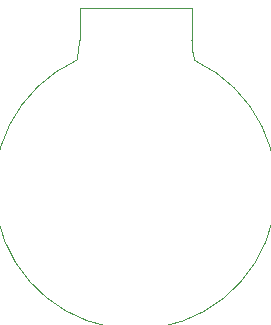
<source format=gm1>
G04 #@! TF.GenerationSoftware,KiCad,Pcbnew,(6.0.1)*
G04 #@! TF.CreationDate,2023-01-15T15:55:40+01:00*
G04 #@! TF.ProjectId,ESP32-IoT-Board-ChipAnt,45535033-322d-4496-9f54-2d426f617264,rev?*
G04 #@! TF.SameCoordinates,Original*
G04 #@! TF.FileFunction,Profile,NP*
%FSLAX46Y46*%
G04 Gerber Fmt 4.6, Leading zero omitted, Abs format (unit mm)*
G04 Created by KiCad (PCBNEW (6.0.1)) date 2023-01-15 15:55:40*
%MOMM*%
%LPD*%
G01*
G04 APERTURE LIST*
G04 #@! TA.AperFunction,Profile*
%ADD10C,0.100000*%
G04 #@! TD*
G04 APERTURE END LIST*
D10*
X139250000Y-91800000D02*
X148750000Y-91800000D01*
X148750000Y-94500000D02*
X148750000Y-91800000D01*
X139035000Y-96165236D02*
G75*
G03*
X148985000Y-96210000I4926208J-10867684D01*
G01*
X148750000Y-94500000D02*
G75*
G03*
X148985000Y-96210000I5679616J-90616D01*
G01*
X139250000Y-94500000D02*
X139250000Y-91800000D01*
X139035000Y-96165236D02*
G75*
G03*
X139250000Y-94500000I-5621088J1572241D01*
G01*
M02*

</source>
